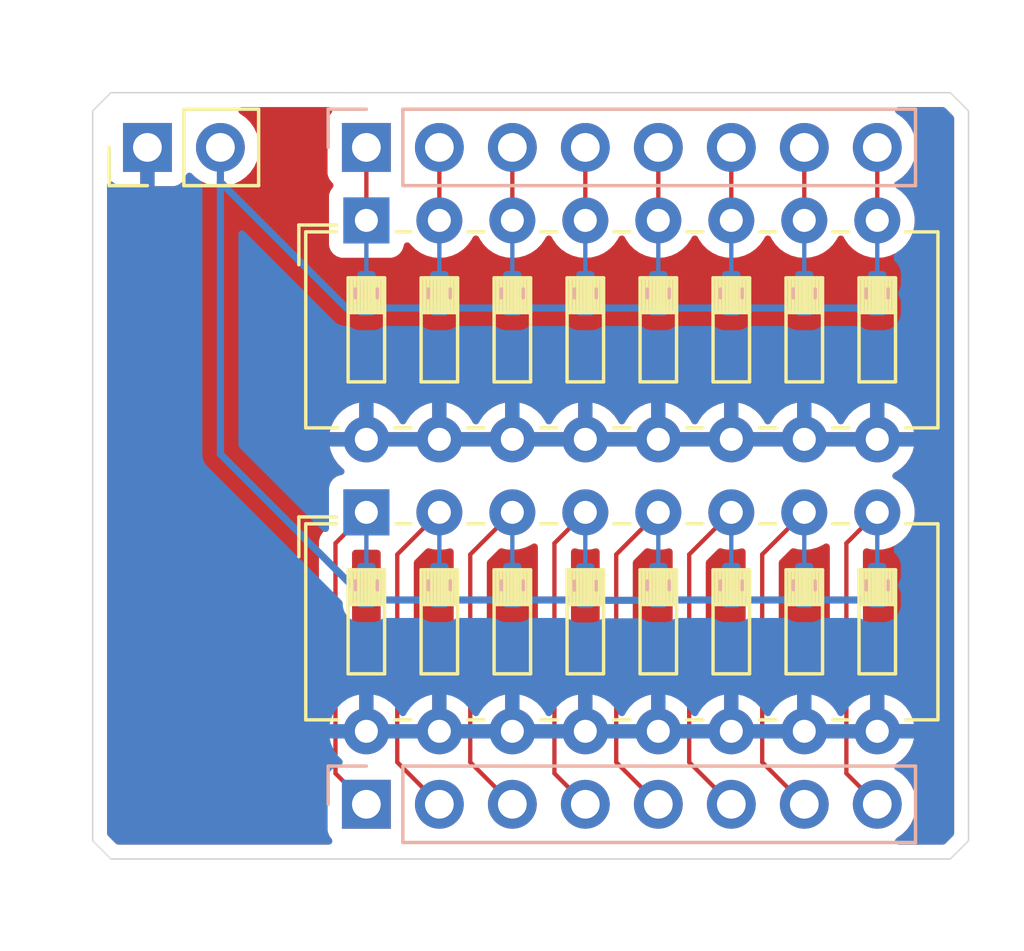
<source format=kicad_pcb>
(kicad_pcb (version 20240108) (generator "pcbnew") (generator_version "8.0")
  (layers (0 "F.Cu" signal) (31 "B.Cu" signal) (34 "B.Paste" user) (35 "F.Paste" user) (36 "B.SilkS" user "B.Silkscreen") (37 "F.SilkS" user "F.Silkscreen") (38 "B.Mask" user) (39 "F.Mask" user) (44 "Edge.Cuts" user))
  (net 0 "")
  (net 1 "/bit3")
  (net 2 "/bit7")
  (net 3 "/bit6")
  (net 4 "/bit0")
  (net 5 "/bit1")
  (net 6 "/bit2")
  (net 7 "/bit4")
  (net 8 "/bit5")
  (net 9 "/bit8")
  (net 10 "/bit13")
  (net 11 "/bit12")
  (net 12 "/bit11")
  (net 13 "/bit10")
  (net 14 "/bit9")
  (net 15 "/bit14")
  (net 16 "/bit15")
  (net 17 "VCC")
  (net 18 "GND")
  (footprint "Button_Switch_THT:SW_DIP_SPSTx08_Slide_6.7x21.88mm_W7.62mm_P2.54mm_LowProfile" (layer "F.Cu") (at 100.33 91.44 -90)
    (property "Reference" "SW1" (hide yes))
    (property "Value" "SW_DIP_x08")
    (fp_line (start 0.16 21.4) (end 1.543 21.4) (stroke (width 0.12)) (layer "F.SilkS"))
    (fp_line (start 0.16 21.4) (end 0.16 20.09) (stroke (width 0.12)) (layer "F.SilkS"))
    (fp_line (start 0.4 21.16) (end 7.221 21.16) (stroke (width 0.12)) (layer "F.SilkS"))
    (fp_line (start 0.4 21.16) (end 0.4 20.09) (stroke (width 0.12)) (layer "F.SilkS"))
    (fp_line (start 7.221 21.16) (end 7.221 20.04) (stroke (width 0.12)) (layer "F.SilkS"))
    (fp_line (start 2 19.685) (end 2 18.415) (stroke (width 0.12)) (layer "F.SilkS"))
    (fp_line (start 3.206667 19.685) (end 3.206667 18.415) (stroke (width 0.12)) (layer "F.SilkS"))
    (fp_line (start 5.62 19.685) (end 2 19.685) (stroke (width 0.12)) (layer "F.SilkS"))
    (fp_line (start 2 19.565) (end 3.206667 19.565) (stroke (width 0.12)) (layer "F.SilkS"))
    (fp_line (start 2 19.445) (end 3.206667 19.445) (stroke (width 0.12)) (layer "F.SilkS"))
    (fp_line (start 2 19.325) (end 3.206667 19.325) (stroke (width 0.12)) (layer "F.SilkS"))
    (fp_line (start 2 19.205) (end 3.206667 19.205) (stroke (width 0.12)) (layer "F.SilkS"))
    (fp_line (start 2 19.085) (end 3.206667 19.085) (stroke (width 0.12)) (layer "F.SilkS"))
    (fp_line (start 2 18.965) (end 3.206667 18.965) (stroke (width 0.12)) (layer "F.SilkS"))
    (fp_line (start 2 18.845) (end 3.206667 18.845) (stroke (width 0.12)) (layer "F.SilkS"))
    (fp_line (start 2 18.725) (end 3.206667 18.725) (stroke (width 0.12)) (layer "F.SilkS"))
    (fp_line (start 2 18.605) (end 3.206667 18.605) (stroke (width 0.12)) (layer "F.SilkS"))
    (fp_line (start 2 18.485) (end 3.206667 18.485) (stroke (width 0.12)) (layer "F.SilkS"))
    (fp_line (start 2 18.415) (end 5.62 18.415) (stroke (width 0.12)) (layer "F.SilkS"))
    (fp_line (start 5.62 18.415) (end 5.62 19.685) (stroke (width 0.12)) (layer "F.SilkS"))
    (fp_line (start 7.221 18.059) (end 7.221 17.499) (stroke (width 0.12)) (layer "F.SilkS"))
    (fp_line (start 0.4 18.01) (end 0.4 17.499) (stroke (width 0.12)) (layer "F.SilkS"))
    (fp_line (start 2 17.145) (end 2 15.875) (stroke (width 0.12)) (layer "F.SilkS"))
    (fp_line (start 3.206667 17.145) (end 3.206667 15.875) (stroke (width 0.12)) (layer "F.SilkS"))
    (fp_line (start 5.62 17.145) (end 2 17.145) (stroke (width 0.12)) (layer "F.SilkS"))
    (fp_line (start 2 17.025) (end 3.206667 17.025) (stroke (width 0.12)) (layer "F.SilkS"))
    (fp_line (start 2 16.905) (end 3.206667 16.905) (stroke (width 0.12)) (layer "F.SilkS"))
    (fp_line (start 2 16.785) (end 3.206667 16.785) (stroke (width 0.12)) (layer "F.SilkS"))
    (fp_line (start 2 16.665) (end 3.206667 16.665) (stroke (width 0.12)) (layer "F.SilkS"))
    (fp_line (start 2 16.545) (end 3.206667 16.545) (stroke (width 0.12)) (layer "F.SilkS"))
    (fp_line (start 2 16.425) (end 3.206667 16.425) (stroke (width 0.12)) (layer "F.SilkS"))
    (fp_line (start 2 16.305) (end 3.206667 16.305) (stroke (width 0.12)) (layer "F.SilkS"))
    (fp_line (start 2 16.185) (end 3.206667 16.185) (stroke (width 0.12)) (layer "F.SilkS"))
    (fp_line (start 2 16.065) (end 3.206667 16.065) (stroke (width 0.12)) (layer "F.SilkS"))
    (fp_line (start 2 15.945) (end 3.206667 15.945) (stroke (width 0.12)) (layer "F.SilkS"))
    (fp_line (start 2 15.875) (end 5.62 15.875) (stroke (width 0.12)) (layer "F.SilkS"))
    (fp_line (start 5.62 15.875) (end 5.62 17.145) (stroke (width 0.12)) (layer "F.SilkS"))
    (fp_line (start 0.4 15.52) (end 0.4 14.959) (stroke (width 0.12)) (layer "F.SilkS"))
    (fp_line (start 7.221 15.519) (end 7.221 14.959) (stroke (width 0.12)) (layer "F.SilkS"))
    (fp_line (start 2 14.605) (end 2 13.335) (stroke (width 0.12)) (layer "F.SilkS"))
    (fp_line (start 3.206667 14.605) (end 3.206667 13.335) (stroke (width 0.12)) (layer "F.SilkS"))
    (fp_line (start 5.62 14.605) (end 2 14.605) (stroke (width 0.12)) (layer "F.SilkS"))
    (fp_line (start 2 14.485) (end 3.206667 14.485) (stroke (width 0.12)) (layer "F.SilkS"))
    (fp_line (start 2 14.365) (end 3.206667 14.365) (stroke (width 0.12)) (layer "F.SilkS"))
    (fp_line (start 2 14.245) (end 3.206667 14.245) (stroke (width 0.12)) (layer "F.SilkS"))
    (fp_line (start 2 14.125) (end 3.206667 14.125) (stroke (width 0.12)) (layer "F.SilkS"))
    (fp_line (start 2 14.005) (end 3.206667 14.005) (stroke (width 0.12)) (layer "F.SilkS"))
    (fp_line (start 2 13.885) (end 3.206667 13.885) (stroke (width 0.12)) (layer "F.SilkS"))
    (fp_line (start 2 13.765) (end 3.206667 13.765) (stroke (width 0.12)) (layer "F.SilkS"))
    (fp_line (start 2 13.645) (end 3.206667 13.645) (stroke (width 0.12)) (layer "F.SilkS"))
    (fp_line (start 2 13.525) (end 3.206667 13.525) (stroke (width 0.12)) (layer "F.SilkS"))
    (fp_line (start 2 13.405) (end 3.206667 13.405) (stroke (width 0.12)) (layer "F.SilkS"))
    (fp_line (start 2 13.335) (end 5.62 13.335) (stroke (width 0.12)) (layer "F.SilkS"))
    (fp_line (start 5.62 13.335) (end 5.62 14.605) (stroke (width 0.12)) (layer "F.SilkS"))
    (fp_line (start 0.4 12.98) (end 0.4 12.419) (stroke (width 0.12)) (layer "F.SilkS"))
    (fp_line (start 7.221 12.979) (end 7.221 12.419) (stroke (width 0.12)) (layer "F.SilkS"))
    (fp_line (start 2 12.065) (end 2 10.795) (stroke (width 0.12)) (layer "F.SilkS"))
    (fp_line (start 3.206667 12.065) (end 3.206667 10.795) (stroke (width 0.12)) (layer "F.SilkS"))
    (fp_line (start 5.62 12.065) (end 2 12.065) (stroke (width 0.12)) (layer "F.SilkS"))
    (fp_line (start 2 11.945) (end 3.206667 11.945) (stroke (width 0.12)) (layer "F.SilkS"))
    (fp_line (start 2 11.825) (end 3.206667 11.825) (stroke (width 0.12)) (layer "F.SilkS"))
    (fp_line (start 2 11.705) (end 3.206667 11.705) (stroke (width 0.12)) (layer "F.SilkS"))
    (fp_line (start 2 11.585) (end 3.206667 11.585) (stroke (width 0.12)) (layer "F.SilkS"))
    (fp_line (start 2 11.465) (end 3.206667 11.465) (stroke (width 0.12)) (layer "F.SilkS"))
    (fp_line (start 2 11.345) (end 3.206667 11.345) (stroke (width 0.12)) (layer "F.SilkS"))
    (fp_line (start 2 11.225) (end 3.206667 11.225) (stroke (width 0.12)) (layer "F.SilkS"))
    (fp_line (start 2 11.105) (end 3.206667 11.105) (stroke (width 0.12)) (layer "F.SilkS"))
    (fp_line (start 2 10.985) (end 3.206667 10.985) (stroke (width 0.12)) (layer "F.SilkS"))
    (fp_line (start 2 10.865) (end 3.206667 10.865) (stroke (width 0.12)) (layer "F.SilkS"))
    (fp_line (start 2 10.795) (end 5.62 10.795) (stroke (width 0.12)) (layer "F.SilkS"))
    (fp_line (start 5.62 10.795) (end 5.62 12.065) (stroke (width 0.12)) (layer "F.SilkS"))
    (fp_line (start 0.4 10.44) (end 0.4 9.88) (stroke (width 0.12)) (layer "F.SilkS"))
    (fp_line (start 7.221 10.439) (end 7.221 9.879) (stroke (width 0.12)) (layer "F.SilkS"))
    (fp_line (start 2 9.525) (end 2 8.255) (stroke (width 0.12)) (layer "F.SilkS"))
    (fp_line (start 3.206667 9.525) (end 3.206667 8.255) (stroke (width 0.12)) (layer "F.SilkS"))
    (fp_line (start 5.62 9.525) (end 2 9.525) (stroke (width 0.12)) (layer "F.SilkS"))
    (fp_line (start 2 9.405) (end 3.206667 9.405) (stroke (width 0.12)) (layer "F.SilkS"))
    (fp_line (start 2 9.285) (end 3.206667 9.285) (stroke (width 0.12)) (layer "F.SilkS"))
    (fp_line (start 2 9.165) (end 3.206667 9.165) (stroke (width 0.12)) (layer "F.SilkS"))
    (fp_line (start 2 9.045) (end 3.206667 9.045) (stroke (width 0.12)) (layer "F.SilkS"))
    (fp_line (start 2 8.925) (end 3.206667 8.925) (stroke (width 0.12)) (layer "F.SilkS"))
    (fp_line (start 2 8.805) (end 3.206667 8.805) (stroke (width 0.12)) (layer "F.SilkS"))
    (fp_line (start 2 8.685) (end 3.206667 8.685) (stroke (width 0.12)) (layer "F.SilkS"))
    (fp_line (start 2 8.565) (end 3.206667 8.565) (stroke (width 0.12)) (layer "F.SilkS"))
    (fp_line (start 2 8.445) (end 3.206667 8.445) (stroke (width 0.12)) (layer "F.SilkS"))
    (fp_line (start 2 8.325) (end 3.206667 8.325) (stroke (width 0.12)) (layer "F.SilkS"))
    (fp_line (start 2 8.255) (end 5.62 8.255) (stroke (width 0.12)) (layer "F.SilkS"))
    (fp_line (start 5.62 8.255) (end 5.62 9.525) (stroke (width 0.12)) (layer "F.SilkS"))
    (fp_line (start 0.4 7.9) (end 0.4 7.34) (stroke (width 0.12)) (layer "F.SilkS"))
    (fp_line (start 7.221 7.899) (end 7.221 7.339) (stroke (width 0.12)) (layer "F.SilkS"))
    (fp_line (start 2 6.985) (end 2 5.715) (stroke (width 0.12)) (layer "F.SilkS"))
    (fp_line (start 3.206667 6.985) (end 3.206667 5.715) (stroke (width 0.12)) (layer "F.SilkS"))
    (fp_line (start 5.62 6.985) (end 2 6.985) (stroke (width 0.12)) (layer "F.SilkS"))
    (fp_line (start 2 6.865) (end 3.206667 6.865) (stroke (width 0.12)) (layer "F.SilkS"))
    (fp_line (start 2 6.745) (end 3.206667 6.745) (stroke (width 0.12)) (layer "F.SilkS"))
    (fp_line (start 2 6.625) (end 3.206667 6.625) (stroke (width 0.12)) (layer "F.SilkS"))
    (fp_line (start 2 6.505) (end 3.206667 6.505) (stroke (width 0.12)) (layer "F.SilkS"))
    (fp_line (start 2 6.385) (end 3.206667 6.385) (stroke (width 0.12)) (layer "F.SilkS"))
    (fp_line (start 2 6.265) (end 3.206667 6.265) (stroke (width 0.12)) (layer "F.SilkS"))
    (fp_line (start 2 6.145) (end 3.206667 6.145) (stroke (width 0.12)) (layer "F.SilkS"))
    (fp_line (start 2 6.025) (end 3.206667 6.025) (stroke (width 0.12)) (layer "F.SilkS"))
    (fp_line (start 2 5.905) (end 3.206667 5.905) (stroke (width 0.12)) (layer "F.SilkS"))
    (fp_line (start 2 5.785) (end 3.206667 5.785) (stroke (width 0.12)) (layer "F.SilkS"))
    (fp_line (start 2 5.715) (end 5.62 5.715) (stroke (width 0.12)) (layer "F.SilkS"))
    (fp_line (start 5.62 5.715) (end 5.62 6.985) (stroke (width 0.12)) (layer "F.SilkS"))
    (fp_line (start 0.4 5.36) (end 0.4 4.8) (stroke (width 0.12)) (layer "F.SilkS"))
    (fp_line (start 7.221 5.359) (end 7.221 4.799) (stroke (width 0.12)) (layer "F.SilkS"))
    (fp_line (start 2 4.445) (end 2 3.175) (stroke (width 0.12)) (layer "F.SilkS"))
    (fp_line (start 3.206667 4.445) (end 3.206667 3.175) (stroke (width 0.12)) (layer "F.SilkS"))
    (fp_line (start 5.62 4.445) (end 2 4.445) (stroke (width 0.12)) (layer "F.SilkS"))
    (fp_line (start 2 4.325) (end 3.206667 4.325) (stroke (width 0.12)) (layer "F.SilkS"))
    (fp_line (start 2 4.205) (end 3.206667 4.205) (stroke (width 0.12)) (layer "F.SilkS"))
    (fp_line (start 2 4.085) (end 3.206667 4.085) (stroke (width 0.12)) (layer "F.SilkS"))
    (fp_line (start 2 3.965) (end 3.206667 3.965) (stroke (width 0.12)) (layer "F.SilkS"))
    (fp_line (start 2 3.845) (end 3.206667 3.845) (stroke (width 0.12)) (layer "F.SilkS"))
    (fp_line (start 2 3.725) (end 3.206667 3.725) (stroke (width 0.12)) (layer "F.SilkS"))
    (fp_line (start 2 3.605) (end 3.206667 3.605) (stroke (width 0.12)) (layer "F.SilkS"))
    (fp_line (start 2 3.485) (end 3.206667 3.485) (stroke (width 0.12)) (layer "F.SilkS"))
    (fp_line (start 2 3.365) (end 3.206667 3.365) (stroke (width 0.12)) (layer "F.SilkS"))
    (fp_line (start 2 3.245) (end 3.206667 3.245) (stroke (width 0.12)) (layer "F.SilkS"))
    (fp_line (start 2 3.175) (end 5.62 3.175) (stroke (width 0.12)) (layer "F.SilkS"))
    (fp_line (start 5.62 3.175) (end 5.62 4.445) (stroke (width 0.12)) (layer "F.SilkS"))
    (fp_line (start 0.4 2.82) (end 0.4 2.26) (stroke (width 0.12)) (layer "F.SilkS"))
    (fp_line (start 7.221 2.819) (end 7.221 2.26) (stroke (width 0.12)) (layer "F.SilkS"))
    (fp_line (start 2 1.905) (end 2 0.635) (stroke (width 0.12)) (layer "F.SilkS"))
    (fp_line (start 3.206667 1.905) (end 3.206667 0.635) (stroke (width 0.12)) (layer "F.SilkS"))
    (fp_line (start 5.62 1.905) (end 2 1.905) (stroke (width 0.12)) (layer "F.SilkS"))
    (fp_line (start 2 1.785) (end 3.206667 1.785) (stroke (width 0.12)) (layer "F.SilkS"))
    (fp_line (start 2 1.665) (end 3.206667 1.665) (stroke (width 0.12)) (layer "F.SilkS"))
    (fp_line (start 2 1.545) (end 3.206667 1.545) (stroke (width 0.12)) (layer "F.SilkS"))
    (fp_line (start 2 1.425) (end 3.206667 1.425) (stroke (width 0.12)) (layer "F.SilkS"))
    (fp_line (start 2 1.305) (end 3.206667 1.305) (stroke (width 0.12)) (layer "F.SilkS"))
    (fp_line (start 2 1.185) (end 3.206667 1.185) (stroke (width 0.12)) (layer "F.SilkS"))
    (fp_line (start 2 1.065) (end 3.206667 1.065) (stroke (width 0.12)) (layer "F.SilkS"))
    (fp_line (start 2 0.945) (end 3.206667 0.945) (stroke (width 0.12)) (layer "F.SilkS"))
    (fp_line (start 2 0.825) (end 3.206667 0.825) (stroke (width 0.12)) (layer "F.SilkS"))
    (fp_line (start 2 0.705) (end 3.206667 0.705) (stroke (width 0.12)) (layer "F.SilkS"))
    (fp_line (start 2 0.635) (end 5.62 0.635) (stroke (width 0.12)) (layer "F.SilkS"))
    (fp_line (start 5.62 0.635) (end 5.62 1.905) (stroke (width 0.12)) (layer "F.SilkS"))
    (fp_line (start 0.4 0.28) (end 0.4 -0.841) (stroke (width 0.12)) (layer "F.SilkS"))
    (fp_line (start 7.221 0.279) (end 7.221 -0.841) (stroke (width 0.12)) (layer "F.SilkS"))
    (fp_line (start 0.4 -0.841) (end 7.221 -0.841) (stroke (width 0.12)) (layer "F.SilkS"))
    (pad "1" thru_hole rect (at 0 19.05 270) (size 1.6 1.6) (drill 0.8) (layers "*.Cu" "*.Mask") (net 4 "/bit0"))
    (pad "2" thru_hole oval (at 0 16.51 270) (size 1.6 1.6) (drill 0.8) (layers "*.Cu" "*.Mask") (net 5 "/bit1"))
    (pad "3" thru_hole oval (at 0 13.97 270) (size 1.6 1.6) (drill 0.8) (layers "*.Cu" "*.Mask") (net 6 "/bit2"))
    (pad "4" thru_hole oval (at 0 11.43 270) (size 1.6 1.6) (drill 0.8) (layers "*.Cu" "*.Mask") (net 1 "/bit3"))
    (pad "5" thru_hole oval (at 0 8.89 270) (size 1.6 1.6) (drill 0.8) (layers "*.Cu" "*.Mask") (net 7 "/bit4"))
    (pad "6" thru_hole oval (at 0 6.35 270) (size 1.6 1.6) (drill 0.8) (layers "*.Cu" "*.Mask") (net 8 "/bit5"))
    (pad "7" thru_hole oval (at 0 3.81 270) (size 1.6 1.6) (drill 0.8) (layers "*.Cu" "*.Mask") (net 3 "/bit6"))
    (pad "8" thru_hole oval (at 0 1.27 270) (size 1.6 1.6) (drill 0.8) (layers "*.Cu" "*.Mask") (net 2 "/bit7"))
    (pad "9" thru_hole oval (at 7.62 1.27 270) (size 1.6 1.6) (drill 0.8) (layers "*.Cu" "*.Mask") (net 18 "GND"))
    (pad "10" thru_hole oval (at 7.62 3.81 270) (size 1.6 1.6) (drill 0.8) (layers "*.Cu" "*.Mask") (net 18 "GND"))
    (pad "11" thru_hole oval (at 7.62 6.35 270) (size 1.6 1.6) (drill 0.8) (layers "*.Cu" "*.Mask") (net 18 "GND"))
    (pad "12" thru_hole oval (at 7.62 8.89 270) (size 1.6 1.6) (drill 0.8) (layers "*.Cu" "*.Mask") (net 18 "GND"))
    (pad "13" thru_hole oval (at 7.62 11.43 270) (size 1.6 1.6) (drill 0.8) (layers "*.Cu" "*.Mask") (net 18 "GND"))
    (pad "14" thru_hole oval (at 7.62 13.97 270) (size 1.6 1.6) (drill 0.8) (layers "*.Cu" "*.Mask") (net 18 "GND"))
    (pad "15" thru_hole oval (at 7.62 16.51 270) (size 1.6 1.6) (drill 0.8) (layers "*.Cu" "*.Mask") (net 18 "GND"))
    (pad "16" thru_hole oval (at 7.62 19.05 270) (size 1.6 1.6) (drill 0.8) (layers "*.Cu" "*.Mask") (net 18 "GND"))
  )
  (footprint "Button_Switch_THT:SW_DIP_SPSTx08_Slide_6.7x21.88mm_W7.62mm_P2.54mm_LowProfile" (layer "F.Cu") (at 97.79 101.6 -90)
    (property "Reference" "SW2" (hide yes))
    (property "Value" "SW_DIP_x08")
    (fp_line (start 0.16 18.86) (end 1.543 18.86) (stroke (width 0.12)) (layer "F.SilkS"))
    (fp_line (start 0.16 18.86) (end 0.16 17.55) (stroke (width 0.12)) (layer "F.SilkS"))
    (fp_line (start 0.4 18.62) (end 7.221 18.62) (stroke (width 0.12)) (layer "F.SilkS"))
    (fp_line (start 0.4 18.62) (end 0.4 17.55) (stroke (width 0.12)) (layer "F.SilkS"))
    (fp_line (start 7.221 18.62) (end 7.221 17.5) (stroke (width 0.12)) (layer "F.SilkS"))
    (fp_line (start 2 17.145) (end 2 15.875) (stroke (width 0.12)) (layer "F.SilkS"))
    (fp_line (start 3.206667 17.145) (end 3.206667 15.875) (stroke (width 0.12)) (layer "F.SilkS"))
    (fp_line (start 5.62 17.145) (end 2 17.145) (stroke (width 0.12)) (layer "F.SilkS"))
    (fp_line (start 2 17.025) (end 3.206667 17.025) (stroke (width 0.12)) (layer "F.SilkS"))
    (fp_line (start 2 16.905) (end 3.206667 16.905) (stroke (width 0.12)) (layer "F.SilkS"))
    (fp_line (start 2 16.785) (end 3.206667 16.785) (stroke (width 0.12)) (layer "F.SilkS"))
    (fp_line (start 2 16.665) (end 3.206667 16.665) (stroke (width 0.12)) (layer "F.SilkS"))
    (fp_line (start 2 16.545) (end 3.206667 16.545) (stroke (width 0.12)) (layer "F.SilkS"))
    (fp_line (start 2 16.425) (end 3.206667 16.425) (stroke (width 0.12)) (layer "F.SilkS"))
    (fp_line (start 2 16.305) (end 3.206667 16.305) (stroke (width 0.12)) (layer "F.SilkS"))
    (fp_line (start 2 16.185) (end 3.206667 16.185) (stroke (width 0.12)) (layer "F.SilkS"))
    (fp_line (start 2 16.065) (end 3.206667 16.065) (stroke (width 0.12)) (layer "F.SilkS"))
    (fp_line (start 2 15.945) (end 3.206667 15.945) (stroke (width 0.12)) (layer "F.SilkS"))
    (fp_line (start 2 15.875) (end 5.62 15.875) (stroke (width 0.12)) (layer "F.SilkS"))
    (fp_line (start 5.62 15.875) (end 5.62 17.145) (stroke (width 0.12)) (layer "F.SilkS"))
    (fp_line (start 7.221 15.519) (end 7.221 14.959) (stroke (width 0.12)) (layer "F.SilkS"))
    (fp_line (start 0.4 15.47) (end 0.4 14.959) (stroke (width 0.12)) (layer "F.SilkS"))
    (fp_line (start 2 14.605) (end 2 13.335) (stroke (width 0.12)) (layer "F.SilkS"))
    (fp_line (start 3.206667 14.605) (end 3.206667 13.335) (stroke (width 0.12)) (layer "F.SilkS"))
    (fp_line (start 5.62 14.605) (end 2 14.605) (stroke (width 0.12)) (layer "F.SilkS"))
    (fp_line (start 2 14.485) (end 3.206667 14.485) (stroke (width 0.12)) (layer "F.SilkS"))
    (fp_line (start 2 14.365) (end 3.206667 14.365) (stroke (width 0.12)) (layer "F.SilkS"))
    (fp_line (start 2 14.245) (end 3.206667 14.245) (stroke (width 0.12)) (layer "F.SilkS"))
    (fp_line (start 2 14.125) (end 3.206667 14.125) (stroke (width 0.12)) (layer "F.SilkS"))
    (fp_line (start 2 14.005) (end 3.206667 14.005) (stroke (width 0.12)) (layer "F.SilkS"))
    (fp_line (start 2 13.885) (end 3.206667 13.885) (stroke (width 0.12)) (layer "F.SilkS"))
    (fp_line (start 2 13.765) (end 3.206667 13.765) (stroke (width 0.12)) (layer "F.SilkS"))
    (fp_line (start 2 13.645) (end 3.206667 13.645) (stroke (width 0.12)) (layer "F.SilkS"))
    (fp_line (start 2 13.525) (end 3.206667 13.525) (stroke (width 0.12)) (layer "F.SilkS"))
    (fp_line (start 2 13.405) (end 3.206667 13.405) (stroke (width 0.12)) (layer "F.SilkS"))
    (fp_line (start 2 13.335) (end 5.62 13.335) (stroke (width 0.12)) (layer "F.SilkS"))
    (fp_line (start 5.62 13.335) (end 5.62 14.605) (stroke (width 0.12)) (layer "F.SilkS"))
    (fp_line (start 0.4 12.98) (end 0.4 12.419) (stroke (width 0.12)) (layer "F.SilkS"))
    (fp_line (start 7.221 12.979) (end 7.221 12.419) (stroke (width 0.12)) (layer "F.SilkS"))
    (fp_line (start 2 12.065) (end 2 10.795) (stroke (width 0.12)) (layer "F.SilkS"))
    (fp_line (start 3.206667 12.065) (end 3.206667 10.795) (stroke (width 0.12)) (layer "F.SilkS"))
    (fp_line (start 5.62 12.065) (end 2 12.065) (stroke (width 0.12)) (layer "F.SilkS"))
    (fp_line (start 2 11.945) (end 3.206667 11.945) (stroke (width 0.12)) (layer "F.SilkS"))
    (fp_line (start 2 11.825) (end 3.206667 11.825) (stroke (width 0.12)) (layer "F.SilkS"))
    (fp_line (start 2 11.705) (end 3.206667 11.705) (stroke (width 0.12)) (layer "F.SilkS"))
    (fp_line (start 2 11.585) (end 3.206667 11.585) (stroke (width 0.12)) (layer "F.SilkS"))
    (fp_line (start 2 11.465) (end 3.206667 11.465) (stroke (width 0.12)) (layer "F.SilkS"))
    (fp_line (start 2 11.345) (end 3.206667 11.345) (stroke (width 0.12)) (layer "F.SilkS"))
    (fp_line (start 2 11.225) (end 3.206667 11.225) (stroke (width 0.12)) (layer "F.SilkS"))
    (fp_line (start 2 11.105) (end 3.206667 11.105) (stroke (width 0.12)) (layer "F.SilkS"))
    (fp_line (start 2 10.985) (end 3.206667 10.985) (stroke (width 0.12)) (layer "F.SilkS"))
    (fp_line (start 2 10.865) (end 3.206667 10.865) (stroke (width 0.12)) (layer "F.SilkS"))
    (fp_line (start 2 10.795) (end 5.62 10.795) (stroke (width 0.12)) (layer "F.SilkS"))
    (fp_line (start 5.62 10.795) (end 5.62 12.065) (stroke (width 0.12)) (layer "F.SilkS"))
    (fp_line (start 0.4 10.44) (end 0.4 9.879) (stroke (width 0.12)) (layer "F.SilkS"))
    (fp_line (start 7.221 10.439) (end 7.221 9.879) (stroke (width 0.12)) (layer "F.SilkS"))
    (fp_line (start 2 9.525) (end 2 8.255) (stroke (width 0.12)) (layer "F.SilkS"))
    (fp_line (start 3.206667 9.525) (end 3.206667 8.255) (stroke (width 0.12)) (layer "F.SilkS"))
    (fp_line (start 5.62 9.525) (end 2 9.525) (stroke (width 0.12)) (layer "F.SilkS"))
    (fp_line (start 2 9.405) (end 3.206667 9.405) (stroke (width 0.12)) (layer "F.SilkS"))
    (fp_line (start 2 9.285) (end 3.206667 9.285) (stroke (width 0.12)) (layer "F.SilkS"))
    (fp_line (start 2 9.165) (end 3.206667 9.165) (stroke (width 0.12)) (layer "F.SilkS"))
    (fp_line (start 2 9.045) (end 3.206667 9.045) (stroke (width 0.12)) (layer "F.SilkS"))
    (fp_line (start 2 8.925) (end 3.206667 8.925) (stroke (width 0.12)) (layer "F.SilkS"))
    (fp_line (start 2 8.805) (end 3.206667 8.805) (stroke (width 0.12)) (layer "F.SilkS"))
    (fp_line (start 2 8.685) (end 3.206667 8.685) (stroke (width 0.12)) (layer "F.SilkS"))
    (fp_line (start 2 8.565) (end 3.206667 8.565) (stroke (width 0.12)) (layer "F.SilkS"))
    (fp_line (start 2 8.445) (end 3.206667 8.445) (stroke (width 0.12)) (layer "F.SilkS"))
    (fp_line (start 2 8.325) (end 3.206667 8.325) (stroke (width 0.12)) (layer "F.SilkS"))
    (fp_line (start 2 8.255) (end 5.62 8.255) (stroke (width 0.12)) (layer "F.SilkS"))
    (fp_line (start 5.62 8.255) (end 5.62 9.525) (stroke (width 0.12)) (layer "F.SilkS"))
    (fp_line (start 0.4 7.9) (end 0.4 7.34) (stroke (width 0.12)) (layer "F.SilkS"))
    (fp_line (start 7.221 7.899) (end 7.221 7.339) (stroke (width 0.12)) (layer "F.SilkS"))
    (fp_line (start 2 6.985) (end 2 5.715) (stroke (width 0.12)) (layer "F.SilkS"))
    (fp_line (start 3.206667 6.985) (end 3.206667 5.715) (stroke (width 0.12)) (layer "F.SilkS"))
    (fp_line (start 5.62 6.985) (end 2 6.985) (stroke (width 0.12)) (layer "F.SilkS"))
    (fp_line (start 2 6.865) (end 3.206667 6.865) (stroke (width 0.12)) (layer "F.SilkS"))
    (fp_line (start 2 6.745) (end 3.206667 6.745) (stroke (width 0.12)) (layer "F.SilkS"))
    (fp_line (start 2 6.625) (end 3.206667 6.625) (stroke (width 0.12)) (layer "F.SilkS"))
    (fp_line (start 2 6.505) (end 3.206667 6.505) (stroke (width 0.12)) (layer "F.SilkS"))
    (fp_line (start 2 6.385) (end 3.206667 6.385) (stroke (width 0.12)) (layer "F.SilkS"))
    (fp_line (start 2 6.265) (end 3.206667 6.265) (stroke (width 0.12)) (layer "F.SilkS"))
    (fp_line (start 2 6.145) (end 3.206667 6.145) (stroke (width 0.12)) (layer "F.SilkS"))
    (fp_line (start 2 6.025) (end 3.206667 6.025) (stroke (width 0.12)) (layer "F.SilkS"))
    (fp_line (start 2 5.905) (end 3.206667 5.905) (stroke (width 0.12)) (layer "F.SilkS"))
    (fp_line (start 2 5.785) (end 3.206667 5.785) (stroke (width 0.12)) (layer "F.SilkS"))
    (fp_line (start 2 5.715) (end 5.62 5.715) (stroke (width 0.12)) (layer "F.SilkS"))
    (fp_line (start 5.62 5.715) (end 5.62 6.985) (stroke (width 0.12)) (layer "F.SilkS"))
    (fp_line (start 0.4 5.36) (end 0.4 4.8) (stroke (width 0.12)) (layer "F.SilkS"))
    (fp_line (start 7.221 5.359) (end 7.221 4.799) (stroke (width 0.12)) (layer "F.SilkS"))
    (fp_line (start 2 4.445) (end 2 3.175) (stroke (width 0.12)) (layer "F.SilkS"))
    (fp_line (start 3.206667 4.445) (end 3.206667 3.175) (stroke (width 0.12)) (layer "F.SilkS"))
    (fp_line (start 5.62 4.445) (end 2 4.445) (stroke (width 0.12)) (layer "F.SilkS"))
    (fp_line (start 2 4.325) (end 3.206667 4.325) (stroke (width 0.12)) (layer "F.SilkS"))
    (fp_line (start 2 4.205) (end 3.206667 4.205) (stroke (width 0.12)) (layer "F.SilkS"))
    (fp_line (start 2 4.085) (end 3.206667 4.085) (stroke (width 0.12)) (layer "F.SilkS"))
    (fp_line (start 2 3.965) (end 3.206667 3.965) (stroke (width 0.12)) (layer "F.SilkS"))
    (fp_line (start 2 3.845) (end 3.206667 3.845) (stroke (width 0.12)) (layer "F.SilkS"))
    (fp_line (start 2 3.725) (end 3.206667 3.725) (stroke (width 0.12)) (layer "F.SilkS"))
    (fp_line (start 2 3.605) (end 3.206667 3.605) (stroke (width 0.12)) (layer "F.SilkS"))
    (fp_line (start 2 3.485) (end 3.206667 3.485) (stroke (width 0.12)) (layer "F.SilkS"))
    (fp_line (start 2 3.365) (end 3.206667 3.365) (stroke (width 0.12)) (layer "F.SilkS"))
    (fp_line (start 2 3.245) (end 3.206667 3.245) (stroke (width 0.12)) (layer "F.SilkS"))
    (fp_line (start 2 3.175) (end 5.62 3.175) (stroke (width 0.12)) (layer "F.SilkS"))
    (fp_line (start 5.62 3.175) (end 5.62 4.445) (stroke (width 0.12)) (layer "F.SilkS"))
    (fp_line (start 0.4 2.82) (end 0.4 2.26) (stroke (width 0.12)) (layer "F.SilkS"))
    (fp_line (start 7.221 2.819) (end 7.221 2.259) (stroke (width 0.12)) (layer "F.SilkS"))
    (fp_line (start 2 1.905) (end 2 0.635) (stroke (width 0.12)) (layer "F.SilkS"))
    (fp_line (start 3.206667 1.905) (end 3.206667 0.635) (stroke (width 0.12)) (layer "F.SilkS"))
    (fp_line (start 5.62 1.905) (end 2 1.905) (stroke (width 0.12)) (layer "F.SilkS"))
    (fp_line (start 2 1.785) (end 3.206667 1.785) (stroke (width 0.12)) (layer "F.SilkS"))
    (fp_line (start 2 1.665) (end 3.206667 1.665) (stroke (width 0.12)) (layer "F.SilkS"))
    (fp_line (start 2 1.545) (end 3.206667 1.545) (stroke (width 0.12)) (layer "F.SilkS"))
    (fp_line (start 2 1.425) (end 3.206667 1.425) (stroke (width 0.12)) (layer "F.SilkS"))
    (fp_line (start 2 1.305) (end 3.206667 1.305) (stroke (width 0.12)) (layer "F.SilkS"))
    (fp_line (start 2 1.185) (end 3.206667 1.185) (stroke (width 0.12)) (layer "F.SilkS"))
    (fp_line (start 2 1.065) (end 3.206667 1.065) (stroke (width 0.12)) (layer "F.SilkS"))
    (fp_line (start 2 0.945) (end 3.206667 0.945) (stroke (width 0.12)) (layer "F.SilkS"))
    (fp_line (start 2 0.825) (end 3.206667 0.825) (stroke (width 0.12)) (layer "F.SilkS"))
    (fp_line (start 2 0.705) (end 3.206667 0.705) (stroke (width 0.12)) (layer "F.SilkS"))
    (fp_line (start 2 0.635) (end 5.62 0.635) (stroke (width 0.12)) (layer "F.SilkS"))
    (fp_line (start 5.62 0.635) (end 5.62 1.905) (stroke (width 0.12)) (layer "F.SilkS"))
    (fp_line (start 0.4 0.28) (end 0.4 -0.28) (stroke (width 0.12)) (layer "F.SilkS"))
    (fp_line (start 7.221 0.279) (end 7.221 -0.28) (stroke (width 0.12)) (layer "F.SilkS"))
    (fp_line (start 2 -0.635) (end 2 -1.905) (stroke (width 0.12)) (layer "F.SilkS"))
    (fp_line (start 3.206667 -0.635) (end 3.206667 -1.905) (stroke (width 0.12)) (layer "F.SilkS"))
    (fp_line (start 5.62 -0.635) (end 2 -0.635) (stroke (width 0.12)) (layer "F.SilkS"))
    (fp_line (start 2 -0.755) (end 3.206667 -0.755) (stroke (width 0.12)) (layer "F.SilkS"))
    (fp_line (start 2 -0.875) (end 3.206667 -0.875) (stroke (width 0.12)) (layer "F.SilkS"))
    (fp_line (start 2 -0.995) (end 3.206667 -0.995) (stroke (width 0.12)) (layer "F.SilkS"))
    (fp_line (start 2 -1.115) (end 3.206667 -1.115) (stroke (width 0.12)) (layer "F.SilkS"))
    (fp_line (start 2 -1.235) (end 3.206667 -1.235) (stroke (width 0.12)) (layer "F.SilkS"))
    (fp_line (start 2 -1.355) (end 3.206667 -1.355) (stroke (width 0.12)) (layer "F.SilkS"))
    (fp_line (start 2 -1.475) (end 3.206667 -1.475) (stroke (width 0.12)) (layer "F.SilkS"))
    (fp_line (start 2 -1.595) (end 3.206667 -1.595) (stroke (width 0.12)) (layer "F.SilkS"))
    (fp_line (start 2 -1.715) (end 3.206667 -1.715) (stroke (width 0.12)) (layer "F.SilkS"))
    (fp_line (start 2 -1.835) (end 3.206667 -1.835) (stroke (width 0.12)) (layer "F.SilkS"))
    (fp_line (start 2 -1.905) (end 5.62 -1.905) (stroke (width 0.12)) (layer "F.SilkS"))
    (fp_line (start 5.62 -1.905) (end 5.62 -0.635) (stroke (width 0.12)) (layer "F.SilkS"))
    (fp_line (start 0.4 -2.26) (end 0.4 -3.381) (stroke (width 0.12)) (layer "F.SilkS"))
    (fp_line (start 7.221 -2.261) (end 7.221 -3.381) (stroke (width 0.12)) (layer "F.SilkS"))
    (fp_line (start 0.4 -3.381) (end 7.221 -3.381) (stroke (width 0.12)) (layer "F.SilkS"))
    (pad "1" thru_hole rect (at 0 16.51 270) (size 1.6 1.6) (drill 0.8) (layers "*.Cu" "*.Mask") (net 9 "/bit8"))
    (pad "2" thru_hole oval (at 0 13.97 270) (size 1.6 1.6) (drill 0.8) (layers "*.Cu" "*.Mask") (net 14 "/bit9"))
    (pad "3" thru_hole oval (at 0 11.43 270) (size 1.6 1.6) (drill 0.8) (layers "*.Cu" "*.Mask") (net 13 "/bit10"))
    (pad "4" thru_hole oval (at 0 8.89 270) (size 1.6 1.6) (drill 0.8) (layers "*.Cu" "*.Mask") (net 12 "/bit11"))
    (pad "5" thru_hole oval (at 0 6.35 270) (size 1.6 1.6) (drill 0.8) (layers "*.Cu" "*.Mask") (net 11 "/bit12"))
    (pad "6" thru_hole oval (at 0 3.81 270) (size 1.6 1.6) (drill 0.8) (layers "*.Cu" "*.Mask") (net 10 "/bit13"))
    (pad "7" thru_hole oval (at 0 1.27 270) (size 1.6 1.6) (drill 0.8) (layers "*.Cu" "*.Mask") (net 15 "/bit14"))
    (pad "8" thru_hole oval (at 0 -1.27 270) (size 1.6 1.6) (drill 0.8) (layers "*.Cu" "*.Mask") (net 16 "/bit15"))
    (pad "9" thru_hole oval (at 7.62 -1.27 270) (size 1.6 1.6) (drill 0.8) (layers "*.Cu" "*.Mask") (net 18 "GND"))
    (pad "10" thru_hole oval (at 7.62 1.27 270) (size 1.6 1.6) (drill 0.8) (layers "*.Cu" "*.Mask") (net 18 "GND"))
    (pad "11" thru_hole oval (at 7.62 3.81 270) (size 1.6 1.6) (drill 0.8) (layers "*.Cu" "*.Mask") (net 18 "GND"))
    (pad "12" thru_hole oval (at 7.62 6.35 270) (size 1.6 1.6) (drill 0.8) (layers "*.Cu" "*.Mask") (net 18 "GND"))
    (pad "13" thru_hole oval (at 7.62 8.89 270) (size 1.6 1.6) (drill 0.8) (layers "*.Cu" "*.Mask") (net 18 "GND"))
    (pad "14" thru_hole oval (at 7.62 11.43 270) (size 1.6 1.6) (drill 0.8) (layers "*.Cu" "*.Mask") (net 18 "GND"))
    (pad "15" thru_hole oval (at 7.62 13.97 270) (size 1.6 1.6) (drill 0.8) (layers "*.Cu" "*.Mask") (net 18 "GND"))
    (pad "16" thru_hole oval (at 7.62 16.51 270) (size 1.6 1.6) (drill 0.8) (layers "*.Cu" "*.Mask") (net 18 "GND"))
  )
  (footprint "Connector_PinHeader_2.54mm:PinHeader_1x02_P2.54mm_Vertical" (layer "F.Cu") (at 73.66 88.9 90)
    (property "Reference" "J1" (hide yes))
    (property "Value" "Conn_01x02")
    (fp_line (start -1.33 -1.33) (end 0 -1.33) (stroke (width 0.12)) (layer "F.SilkS"))
    (fp_line (start -1.33 0) (end -1.33 -1.33) (stroke (width 0.12)) (layer "F.SilkS"))
    (fp_line (start 1.33 1.27) (end 1.33 3.87) (stroke (width 0.12)) (layer "F.SilkS"))
    (fp_line (start -1.33 1.27) (end 1.33 1.27) (stroke (width 0.12)) (layer "F.SilkS"))
    (fp_line (start -1.33 1.27) (end -1.33 3.87) (stroke (width 0.12)) (layer "F.SilkS"))
    (fp_line (start -1.33 3.87) (end 1.33 3.87) (stroke (width 0.12)) (layer "F.SilkS"))
    (pad "1" thru_hole rect (at 0 0 90) (size 1.7 1.7) (drill 1) (layers "*.Cu" "*.Mask") (net 18 "GND"))
    (pad "2" thru_hole oval (at 0 2.54 90) (size 1.7 1.7) (drill 1) (layers "*.Cu" "*.Mask") (net 17 "VCC"))
  )
  (footprint "Resistor_SMD:R_0402_1005Metric" (layer "B.Cu") (at 86.36 93.98 90)
    (property "Reference" "R3" (hide yes))
    (property "Value" "1k")
    (fp_line (start 0.153641 -0.38) (end -0.153641 -0.38) (stroke (width 0.12)) (layer "B.SilkS"))
    (fp_line (start 0.153641 0.38) (end -0.153641 0.38) (stroke (width 0.12)) (layer "B.SilkS"))
    (pad "1" smd roundrect (at -0.51 0 90) (size 0.54 0.64) (layers "B.Cu" "B.Paste" "B.Mask") (net 17 "VCC"))
    (pad "2" smd roundrect (at 0.51 0 90) (size 0.54 0.64) (layers "B.Cu" "B.Paste" "B.Mask") (net 6 "/bit2"))
  )
  (footprint "Resistor_SMD:R_0402_1005Metric" (layer "B.Cu") (at 91.44 93.98 90)
    (property "Reference" "R5" (hide yes))
    (property "Value" "1k")
    (fp_line (start 0.153641 -0.38) (end -0.153641 -0.38) (stroke (width 0.12)) (layer "B.SilkS"))
    (fp_line (start 0.153641 0.38) (end -0.153641 0.38) (stroke (width 0.12)) (layer "B.SilkS"))
    (pad "1" smd roundrect (at -0.51 0 90) (size 0.54 0.64) (layers "B.Cu" "B.Paste" "B.Mask") (net 17 "VCC"))
    (pad "2" smd roundrect (at 0.51 0 90) (size 0.54 0.64) (layers "B.Cu" "B.Paste" "B.Mask") (net 7 "/bit4"))
  )
  (footprint "Resistor_SMD:R_0402_1005Metric" (layer "B.Cu") (at 86.36 104.14 90)
    (property "Reference" "R11" (hide yes))
    (property "Value" "1k")
    (fp_line (start 0.153641 -0.38) (end -0.153641 -0.38) (stroke (width 0.12)) (layer "B.SilkS"))
    (fp_line (start 0.153641 0.38) (end -0.153641 0.38) (stroke (width 0.12)) (layer "B.SilkS"))
    (pad "1" smd roundrect (at -0.51 0 90) (size 0.54 0.64) (layers "B.Cu" "B.Paste" "B.Mask") (net 17 "VCC"))
    (pad "2" smd roundrect (at 0.51 0 90) (size 0.54 0.64) (layers "B.Cu" "B.Paste" "B.Mask") (net 13 "/bit10"))
  )
  (footprint "Resistor_SMD:R_0402_1005Metric" (layer "B.Cu") (at 88.9 104.151401 90)
    (property "Reference" "R12" (hide yes))
    (property "Value" "1k")
    (fp_line (start 0.153641 -0.38) (end -0.153641 -0.38) (stroke (width 0.12)) (layer "B.SilkS"))
    (fp_line (start 0.153641 0.38) (end -0.153641 0.38) (stroke (width 0.12)) (layer "B.SilkS"))
    (pad "1" smd roundrect (at -0.51 0 90) (size 0.54 0.64) (layers "B.Cu" "B.Paste" "B.Mask") (net 17 "VCC"))
    (pad "2" smd roundrect (at 0.51 0 90) (size 0.54 0.64) (layers "B.Cu" "B.Paste" "B.Mask") (net 12 "/bit11"))
  )
  (footprint "Resistor_SMD:R_0402_1005Metric" (layer "B.Cu") (at 83.82 93.98 90)
    (property "Reference" "R2" (hide yes))
    (property "Value" "1k")
    (fp_line (start 0.153641 -0.38) (end -0.153641 -0.38) (stroke (width 0.12)) (layer "B.SilkS"))
    (fp_line (start 0.153641 0.38) (end -0.153641 0.38) (stroke (width 0.12)) (layer "B.SilkS"))
    (pad "1" smd roundrect (at -0.51 0 90) (size 0.54 0.64) (layers "B.Cu" "B.Paste" "B.Mask") (net 17 "VCC"))
    (pad "2" smd roundrect (at 0.51 0 90) (size 0.54 0.64) (layers "B.Cu" "B.Paste" "B.Mask") (net 5 "/bit1"))
  )
  (footprint "Resistor_SMD:R_0402_1005Metric" (layer "B.Cu") (at 81.28 93.98 90)
    (property "Reference" "R1" (hide yes))
    (property "Value" "1k")
    (fp_line (start 0.153641 -0.38) (end -0.153641 -0.38) (stroke (width 0.12)) (layer "B.SilkS"))
    (fp_line (start 0.153641 0.38) (end -0.153641 0.38) (stroke (width 0.12)) (layer "B.SilkS"))
    (pad "1" smd roundrect (at -0.51 0 90) (size 0.54 0.64) (layers "B.Cu" "B.Paste" "B.Mask") (net 17 "VCC"))
    (pad "2" smd roundrect (at 0.51 0 90) (size 0.54 0.64) (layers "B.Cu" "B.Paste" "B.Mask") (net 4 "/bit0"))
  )
  (footprint "Resistor_SMD:R_0402_1005Metric" (layer "B.Cu") (at 96.52 93.98 90)
    (property "Reference" "R7" (hide yes))
    (property "Value" "1k")
    (fp_line (start 0.153641 -0.38) (end -0.153641 -0.38) (stroke (width 0.12)) (layer "B.SilkS"))
    (fp_line (start 0.153641 0.38) (end -0.153641 0.38) (stroke (width 0.12)) (layer "B.SilkS"))
    (pad "1" smd roundrect (at -0.51 0 90) (size 0.54 0.64) (layers "B.Cu" "B.Paste" "B.Mask") (net 17 "VCC"))
    (pad "2" smd roundrect (at 0.51 0 90) (size 0.54 0.64) (layers "B.Cu" "B.Paste" "B.Mask") (net 3 "/bit6"))
  )
  (footprint "Resistor_SMD:R_0402_1005Metric" (layer "B.Cu") (at 93.98 93.98 90)
    (property "Reference" "R6" (hide yes))
    (property "Value" "1k")
    (fp_line (start 0.153641 -0.38) (end -0.153641 -0.38) (stroke (width 0.12)) (layer "B.SilkS"))
    (fp_line (start 0.153641 0.38) (end -0.153641 0.38) (stroke (width 0.12)) (layer "B.SilkS"))
    (pad "1" smd roundrect (at -0.51 0 90) (size 0.54 0.64) (layers "B.Cu" "B.Paste" "B.Mask") (net 17 "VCC"))
    (pad "2" smd roundrect (at 0.51 0 90) (size 0.54 0.64) (layers "B.Cu" "B.Paste" "B.Mask") (net 8 "/bit5"))
  )
  (footprint "Connector_PinHeader_2.54mm:PinHeader_1x08_P2.54mm_Vertical" (layer "B.Cu") (at 81.28 88.9 -90)
    (property "Reference" "J2" (hide yes))
    (property "Value" "Conn_01x08")
    (fp_line (start -1.33 1.33) (end -1.33 0) (stroke (width 0.12)) (layer "B.SilkS"))
    (fp_line (start 0 1.33) (end -1.33 1.33) (stroke (width 0.12)) (layer "B.SilkS"))
    (fp_line (start 1.33 -1.27) (end -1.33 -1.27) (stroke (width 0.12)) (layer "B.SilkS"))
    (fp_line (start -1.33 -19.11) (end -1.33 -1.27) (stroke (width 0.12)) (layer "B.SilkS"))
    (fp_line (start 1.33 -19.11) (end 1.33 -1.27) (stroke (width 0.12)) (layer "B.SilkS"))
    (fp_line (start 1.33 -19.11) (end -1.33 -19.11) (stroke (width 0.12)) (layer "B.SilkS"))
    (pad "1" thru_hole rect (at 0 0 270) (size 1.7 1.7) (drill 1) (layers "*.Cu" "*.Mask") (net 4 "/bit0"))
    (pad "2" thru_hole oval (at 0 -2.54 270) (size 1.7 1.7) (drill 1) (layers "*.Cu" "*.Mask") (net 5 "/bit1"))
    (pad "3" thru_hole oval (at 0 -5.08 270) (size 1.7 1.7) (drill 1) (layers "*.Cu" "*.Mask") (net 6 "/bit2"))
    (pad "4" thru_hole oval (at 0 -7.62 270) (size 1.7 1.7) (drill 1) (layers "*.Cu" "*.Mask") (net 1 "/bit3"))
    (pad "5" thru_hole oval (at 0 -10.16 270) (size 1.7 1.7) (drill 1) (layers "*.Cu" "*.Mask") (net 7 "/bit4"))
    (pad "6" thru_hole oval (at 0 -12.7 270) (size 1.7 1.7) (drill 1) (layers "*.Cu" "*.Mask") (net 8 "/bit5"))
    (pad "7" thru_hole oval (at 0 -15.24 270) (size 1.7 1.7) (drill 1) (layers "*.Cu" "*.Mask") (net 3 "/bit6"))
    (pad "8" thru_hole oval (at 0 -17.78 270) (size 1.7 1.7) (drill 1) (layers "*.Cu" "*.Mask") (net 2 "/bit7"))
  )
  (footprint "Resistor_SMD:R_0402_1005Metric" (layer "B.Cu") (at 93.98 104.14 90)
    (property "Reference" "R14" (hide yes))
    (property "Value" "1k")
    (fp_line (start 0.153641 -0.38) (end -0.153641 -0.38) (stroke (width 0.12)) (layer "B.SilkS"))
    (fp_line (start 0.153641 0.38) (end -0.153641 0.38) (stroke (width 0.12)) (layer "B.SilkS"))
    (pad "1" smd roundrect (at -0.51 0 90) (size 0.54 0.64) (layers "B.Cu" "B.Paste" "B.Mask") (net 17 "VCC"))
    (pad "2" smd roundrect (at 0.51 0 90) (size 0.54 0.64) (layers "B.Cu" "B.Paste" "B.Mask") (net 10 "/bit13"))
  )
  (footprint "Resistor_SMD:R_0402_1005Metric" (layer "B.Cu") (at 81.28 104.14 90)
    (property "Reference" "R9" (hide yes))
    (property "Value" "1k")
    (fp_line (start 0.153641 -0.38) (end -0.153641 -0.38) (stroke (width 0.12)) (layer "B.SilkS"))
    (fp_line (start 0.153641 0.38) (end -0.153641 0.38) (stroke (width 0.12)) (layer "B.SilkS"))
    (pad "1" smd roundrect (at -0.51 0 90) (size 0.54 0.64) (layers "B.Cu" "B.Paste" "B.Mask") (net 17 "VCC"))
    (pad "2" smd roundrect (at 0.51 0 90) (size 0.54 0.64) (layers "B.Cu" "B.Paste" "B.Mask") (net 9 "/bit8"))
  )
  (footprint "Resistor_SMD:R_0402_1005Metric" (layer "B.Cu") (at 99.06 93.98 90)
    (property "Reference" "R8" (hide yes))
    (property "Value" "1k")
    (fp_line (start 0.153641 -0.38) (end -0.153641 -0.38) (stroke (width 0.12)) (layer "B.SilkS"))
    (fp_line (start 0.153641 0.38) (end -0.153641 0.38) (stroke (width 0.12)) (layer "B.SilkS"))
    (pad "1" smd roundrect (at -0.51 0 90) (size 0.54 0.64) (layers "B.Cu" "B.Paste" "B.Mask") (net 17 "VCC"))
    (pad "2" smd roundrect (at 0.51 0 90) (size 0.54 0.64) (layers "B.Cu" "B.Paste" "B.Mask") (net 2 "/bit7"))
  )
  (footprint "Resistor_SMD:R_0402_1005Metric" (layer "B.Cu") (at 96.52 104.14 90)
    (property "Reference" "R15" (hide yes))
    (property "Value" "1k")
    (fp_line (start 0.153641 -0.38) (end -0.153641 -0.38) (stroke (width 0.12)) (layer "B.SilkS"))
    (fp_line (start 0.153641 0.38) (end -0.153641 0.38) (stroke (width 0.12)) (layer "B.SilkS"))
    (pad "1" smd roundrect (at -0.51 0 90) (size 0.54 0.64) (layers "B.Cu" "B.Paste" "B.Mask") (net 17 "VCC"))
    (pad "2" smd roundrect (at 0.51 0 90) (size 0.54 0.64) (layers "B.Cu" "B.Paste" "B.Mask") (net 15 "/bit14"))
  )
  (footprint "Resistor_SMD:R_0402_1005Metric" (layer "B.Cu") (at 83.82 104.14 90)
    (property "Reference" "R10" (hide yes))
    (property "Value" "1k")
    (fp_line (start 0.153641 -0.38) (end -0.153641 -0.38) (stroke (width 0.12)) (layer "B.SilkS"))
    (fp_line (start 0.153641 0.38) (end -0.153641 0.38) (stroke (width 0.12)) (layer "B.SilkS"))
    (pad "1" smd roundrect (at -0.51 0 90) (size 0.54 0.64) (layers "B.Cu" "B.Paste" "B.Mask") (net 17 "VCC"))
    (pad "2" smd roundrect (at 0.51 0 90) (size 0.54 0.64) (layers "B.Cu" "B.Paste" "B.Mask") (net 14 "/bit9"))
  )
  (footprint "Resistor_SMD:R_0402_1005Metric" (layer "B.Cu") (at 88.9 93.98 90)
    (property "Reference" "R4" (hide yes))
    (property "Value" "1k")
    (fp_line (start 0.153641 -0.38) (end -0.153641 -0.38) (stroke (width 0.12)) (layer "B.SilkS"))
    (fp_line (start 0.153641 0.38) (end -0.153641 0.38) (stroke (width 0.12)) (layer "B.SilkS"))
    (pad "1" smd roundrect (at -0.51 0 90) (size 0.54 0.64) (layers "B.Cu" "B.Paste" "B.Mask") (net 17 "VCC"))
    (pad "2" smd roundrect (at 0.51 0 90) (size 0.54 0.64) (layers "B.Cu" "B.Paste" "B.Mask") (net 1 "/bit3"))
  )
  (footprint "Connector_PinHeader_2.54mm:PinHeader_1x08_P2.54mm_Vertical" (layer "B.Cu") (at 81.28 111.76 -90)
    (property "Reference" "J3" (hide yes))
    (property "Value" "Conn_01x08")
    (fp_line (start -1.33 1.33) (end -1.33 0) (stroke (width 0.12)) (layer "B.SilkS"))
    (fp_line (start 0 1.33) (end -1.33 1.33) (stroke (width 0.12)) (layer "B.SilkS"))
    (fp_line (start 1.33 -1.27) (end -1.33 -1.27) (stroke (width 0.12)) (layer "B.SilkS"))
    (fp_line (start -1.33 -19.11) (end -1.33 -1.27) (stroke (width 0.12)) (layer "B.SilkS"))
    (fp_line (start 1.33 -19.11) (end 1.33 -1.27) (stroke (width 0.12)) (layer "B.SilkS"))
    (fp_line (start 1.33 -19.11) (end -1.33 -19.11) (stroke (width 0.12)) (layer "B.SilkS"))
    (pad "1" thru_hole rect (at 0 0 270) (size 1.7 1.7) (drill 1) (layers "*.Cu" "*.Mask") (net 9 "/bit8"))
    (pad "2" thru_hole oval (at 0 -2.54 270) (size 1.7 1.7) (drill 1) (layers "*.Cu" "*.Mask") (net 14 "/bit9"))
    (pad "3" thru_hole oval (at 0 -5.08 270) (size 1.7 1.7) (drill 1) (layers "*.Cu" "*.Mask") (net 13 "/bit10"))
    (pad "4" thru_hole oval (at 0 -7.62 270) (size 1.7 1.7) (drill 1) (layers "*.Cu" "*.Mask") (net 12 "/bit11"))
    (pad "5" thru_hole oval (at 0 -10.16 270) (size 1.7 1.7) (drill 1) (layers "*.Cu" "*.Mask") (net 11 "/bit12"))
    (pad "6" thru_hole oval (at 0 -12.7 270) (size 1.7 1.7) (drill 1) (layers "*.Cu" "*.Mask") (net 10 "/bit13"))
    (pad "7" thru_hole oval (at 0 -15.24 270) (size 1.7 1.7) (drill 1) (layers "*.Cu" "*.Mask") (net 15 "/bit14"))
    (pad "8" thru_hole oval (at 0 -17.78 270) (size 1.7 1.7) (drill 1) (layers "*.Cu" "*.Mask") (net 16 "/bit15"))
  )
  (footprint "Resistor_SMD:R_0402_1005Metric" (layer "B.Cu") (at 91.44 104.14 90)
    (property "Reference" "R13" (hide yes))
    (property "Value" "1k")
    (fp_line (start 0.153641 -0.38) (end -0.153641 -0.38) (stroke (width 0.12)) (layer "B.SilkS"))
    (fp_line (start 0.153641 0.38) (end -0.153641 0.38) (stroke (width 0.12)) (layer "B.SilkS"))
    (pad "1" smd roundrect (at -0.51 0 90) (size 0.54 0.64) (layers "B.Cu" "B.Paste" "B.Mask") (net 17 "VCC"))
    (pad "2" smd roundrect (at 0.51 0 90) (size 0.54 0.64) (layers "B.Cu" "B.Paste" "B.Mask") (net 11 "/bit12"))
  )
  (footprint "Resistor_SMD:R_0402_1005Metric" (layer "B.Cu") (at 99.06 104.14 90)
    (property "Reference" "R16" (hide yes))
    (property "Value" "1k")
    (fp_line (start 0.153641 -0.38) (end -0.153641 -0.38) (stroke (width 0.12)) (layer "B.SilkS"))
    (fp_line (start 0.153641 0.38) (end -0.153641 0.38) (stroke (width 0.12)) (layer "B.SilkS"))
    (pad "1" smd roundrect (at -0.51 0 90) (size 0.54 0.64) (layers "B.Cu" "B.Paste" "B.Mask") (net 17 "VCC"))
    (pad "2" smd roundrect (at 0.51 0 90) (size 0.54 0.64) (layers "B.Cu" "B.Paste" "B.Mask") (net 16 "/bit15"))
  )
  (gr_line (start 71.755 113.03) (end 71.755 87.63) (stroke (width 0.05)) (layer "Edge.Cuts"))
  (gr_line (start 72.39 113.665) (end 71.755 113.03) (stroke (width 0.05)) (layer "Edge.Cuts"))
  (gr_line (start 102.235 113.03) (end 101.6 113.665) (stroke (width 0.05)) (layer "Edge.Cuts"))
  (gr_line (start 101.6 86.995) (end 102.235 87.63) (stroke (width 0.05)) (layer "Edge.Cuts"))
  (gr_line (start 102.235 87.63) (end 102.235 113.03) (stroke (width 0.05)) (layer "Edge.Cuts"))
  (gr_line (start 80.645 86.995) (end 101.6 86.995) (stroke (width 0.05)) (layer "Edge.Cuts"))
  (gr_line (start 71.755 87.63) (end 72.39 86.995) (stroke (width 0.05)) (layer "Edge.Cuts"))
  (gr_line (start 72.39 86.995) (end 80.645 86.995) (stroke (width 0.05)) (layer "Edge.Cuts"))
  (gr_line (start 101.6 113.665) (end 72.39 113.665) (stroke (width 0.05)) (layer "Edge.Cuts"))
  (segment (start 88.9 88.9) (end 88.9 91.44) (width 0.15) (layer "F.Cu") (net 1))
  (segment (start 88.9 91.44) (end 88.9 93.47) (width 0.15) (layer "B.Cu") (net 1))
  (segment (start 99.06 88.9) (end 99.06 91.44) (width 0.15) (layer "F.Cu") (net 2))
  (segment (start 99.06 91.44) (end 99.06 93.47) (width 0.15) (layer "B.Cu") (net 2))
  (segment (start 96.52 91.44) (end 96.52 88.9) (width 0.15) (layer "F.Cu") (net 3))
  (segment (start 96.52 91.44) (end 96.52 93.47) (width 0.15) (layer "B.Cu") (net 3))
  (segment (start 81.28 91.44) (end 81.28 88.9) (width 0.15) (layer "F.Cu") (net 4))
  (segment (start 81.28 91.44) (end 81.28 93.47) (width 0.15) (layer "B.Cu") (net 4))
  (segment (start 83.82 91.44) (end 83.82 88.9) (width 0.15) (layer "F.Cu") (net 5))
  (segment (start 83.82 91.44) (end 83.82 93.47) (width 0.15) (layer "B.Cu") (net 5))
  (segment (start 86.36 91.44) (end 86.36 88.9) (width 0.15) (layer "F.Cu") (net 6))
  (segment (start 86.36 91.44) (end 86.36 93.47) (width 0.15) (layer "B.Cu") (net 6))
  (segment (start 91.44 91.44) (end 91.44 88.9) (width 0.15) (layer "F.Cu") (net 7))
  (segment (start 91.44 91.44) (end 91.44 93.47) (width 0.15) (layer "B.Cu") (net 7))
  (segment (start 93.98 91.44) (end 93.98 88.9) (width 0.15) (layer "F.Cu") (net 8))
  (segment (start 93.98 91.44) (end 93.98 93.47) (width 0.15) (layer "B.Cu") (net 8))
  (segment (start 80.205 110.685) (end 80.205 102.675) (width 0.15) (layer "F.Cu") (net 9))
  (segment (start 80.205 102.675) (end 81.28 101.6) (width 0.15) (layer "F.Cu") (net 9))
  (segment (start 81.28 111.76) (end 80.205 110.685) (width 0.15) (layer "F.Cu") (net 9))
  (segment (start 81.28 103.63) (end 81.28 101.6) (width 0.15) (layer "B.Cu") (net 9))
  (segment (start 92.515 110.295) (end 92.515 103.065) (width 0.15) (layer "F.Cu") (net 10))
  (segment (start 93.98 111.76) (end 92.515 110.295) (width 0.15) (layer "F.Cu") (net 10))
  (segment (start 92.515 103.065) (end 93.98 101.6) (width 0.15) (layer "F.Cu") (net 10))
  (segment (start 93.98 103.63) (end 93.98 101.6) (width 0.15) (layer "B.Cu") (net 10))
  (segment (start 89.975 110.295) (end 89.975 103.065) (width 0.15) (layer "F.Cu") (net 11))
  (segment (start 89.975 103.065) (end 91.44 101.6) (width 0.15) (layer "F.Cu") (net 11))
  (segment (start 91.44 111.76) (end 89.975 110.295) (width 0.15) (layer "F.Cu") (net 11))
  (segment (start 91.44 103.63) (end 91.44 101.6) (width 0.15) (layer "B.Cu") (net 11))
  (segment (start 87.825 110.685) (end 87.825 102.675) (width 0.15) (layer "F.Cu") (net 12))
  (segment (start 87.825 102.675) (end 88.9 101.6) (width 0.15) (layer "F.Cu") (net 12))
  (segment (start 88.9 111.76) (end 87.825 110.685) (width 0.15) (layer "F.Cu") (net 12))
  (segment (start 88.9 103.641401) (end 88.9 101.6) (width 0.15) (layer "B.Cu") (net 12))
  (segment (start 84.895 110.295) (end 84.895 103.065) (width 0.15) (layer "F.Cu") (net 13))
  (segment (start 86.36 111.76) (end 84.895 110.295) (width 0.15) (layer "F.Cu") (net 13))
  (segment (start 84.895 103.065) (end 86.36 101.6) (width 0.15) (layer "F.Cu") (net 13))
  (segment (start 86.36 103.63) (end 86.36 101.6) (width 0.15) (layer "B.Cu") (net 13))
  (segment (start 82.355 103.065) (end 83.82 101.6) (width 0.15) (layer "F.Cu") (net 14))
  (segment (start 82.355 110.295) (end 82.355 103.065) (width 0.15) (layer "F.Cu") (net 14))
  (segment (start 83.82 111.76) (end 82.355 110.295) (width 0.15) (layer "F.Cu") (net 14))
  (segment (start 83.82 103.63) (end 83.82 101.6) (width 0.15) (layer "B.Cu") (net 14))
  (segment (start 95.055 103.065) (end 96.52 101.6) (width 0.15) (layer "F.Cu") (net 15))
  (segment (start 95.055 110.295) (end 95.055 103.065) (width 0.15) (layer "F.Cu") (net 15))
  (segment (start 96.52 111.76) (end 95.055 110.295) (width 0.15) (layer "F.Cu") (net 15))
  (segment (start 96.52 103.63) (end 96.52 101.6) (width 0.15) (layer "B.Cu") (net 15))
  (segment (start 99.06 111.76) (end 97.985 110.685) (width 0.15) (layer "F.Cu") (net 16))
  (segment (start 97.985 102.675) (end 99.06 101.6) (width 0.15) (layer "F.Cu") (net 16))
  (segment (start 97.985 110.685) (end 97.985 102.675) (width 0.15) (layer "F.Cu") (net 16))
  (segment (start 99.06 103.63) (end 99.06 101.6) (width 0.15) (layer "B.Cu") (net 16))
  (segment (start 93.98 104.65) (end 96.52 104.65) (width 0.25) (layer "B.Cu") (net 17))
  (segment (start 83.82 104.65) (end 86.36 104.65) (width 0.25) (layer "B.Cu") (net 17))
  (segment (start 76.2 88.9) (end 76.2 90.102081) (width 0.25) (layer "B.Cu") (net 17))
  (segment (start 86.36 94.49) (end 88.9 94.49) (width 0.25) (layer "B.Cu") (net 17))
  (segment (start 96.52 94.49) (end 99.06 94.49) (width 0.25) (layer "B.Cu") (net 17))
  (segment (start 88.9 104.661401) (end 91.428599 104.661401) (width 0.25) (layer "B.Cu") (net 17))
  (segment (start 83.82 94.49) (end 86.36 94.49) (width 0.25) (layer "B.Cu") (net 17))
  (segment (start 76.2 99.57) (end 81.28 104.65) (width 0.25) (layer "B.Cu") (net 17))
  (segment (start 76.2 90.102081) (end 80.587919 94.49) (width 0.25) (layer "B.Cu") (net 17))
  (segment (start 80.587919 94.49) (end 81.28 94.49) (width 0.25) (layer "B.Cu") (net 17))
  (segment (start 76.2 90.102081) (end 76.2 99.57) (width 0.25) (layer "B.Cu") (net 17))
  (segment (start 88.9 94.49) (end 91.44 94.49) (width 0.25) (layer "B.Cu") (net 17))
  (segment (start 91.44 104.65) (end 93.98 104.65) (width 0.25) (layer "B.Cu") (net 17))
  (segment (start 91.428599 104.661401) (end 91.44 104.65) (width 0.25) (layer "B.Cu") (net 17))
  (segment (start 81.28 104.65) (end 83.82 104.65) (width 0.25) (layer "B.Cu") (net 17))
  (segment (start 96.52 104.65) (end 99.06 104.65) (width 0.25) (layer "B.Cu") (net 17))
  (segment (start 91.44 94.49) (end 93.98 94.49) (width 0.25) (layer "B.Cu") (net 17))
  (segment (start 93.98 94.49) (end 96.52 94.49) (width 0.25) (layer "B.Cu") (net 17))
  (segment (start 81.28 94.49) (end 83.82 94.49) (width 0.25) (layer "B.Cu") (net 17))
  (segment (start 88.888599 104.65) (end 88.9 104.661401) (width 0.25) (layer "B.Cu") (net 17))
  (segment (start 86.36 104.65) (end 88.888599 104.65) (width 0.25) (layer "B.Cu") (net 17))
  (zone (net 18) (net_name "GND") (layers "F&B.Cu") (connect_pads (clearance 0.5)) (min_thickness 0.25) (fill yes (thermal_gap 0.5) (thermal_bridge_width 0.5))
    (polygon (pts (xy 71.12 86.36) (xy 104.14 86.36) (xy 104.14 114.3) (xy 71.12 114.3)))
  )
)
</source>
